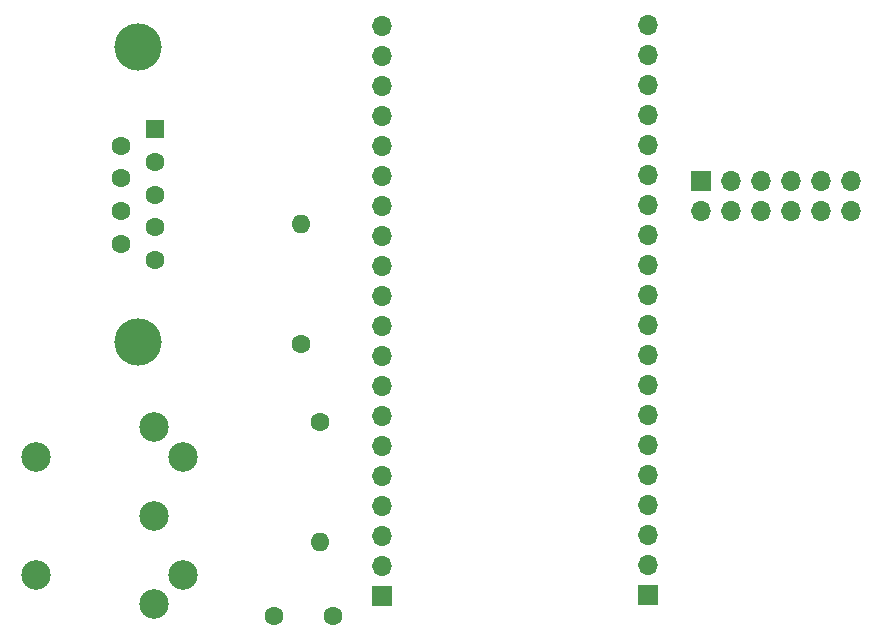
<source format=gbr>
%TF.GenerationSoftware,KiCad,Pcbnew,7.0.11+1*%
%TF.CreationDate,2024-06-05T13:44:37+01:00*%
%TF.ProjectId,nanoshield,6e616e6f-7368-4696-956c-642e6b696361,rev?*%
%TF.SameCoordinates,Original*%
%TF.FileFunction,Soldermask,Bot*%
%TF.FilePolarity,Negative*%
%FSLAX46Y46*%
G04 Gerber Fmt 4.6, Leading zero omitted, Abs format (unit mm)*
G04 Created by KiCad (PCBNEW 7.0.11+1) date 2024-06-05 13:44:37*
%MOMM*%
%LPD*%
G01*
G04 APERTURE LIST*
%ADD10R,1.700000X1.700000*%
%ADD11O,1.700000X1.700000*%
%ADD12C,4.000000*%
%ADD13R,1.600000X1.600000*%
%ADD14C,1.600000*%
%ADD15O,1.600000X1.600000*%
%ADD16C,2.499360*%
G04 APERTURE END LIST*
D10*
%TO.C,J3*%
X122550000Y-81240000D03*
D11*
X122550000Y-78700000D03*
X122550000Y-76160000D03*
X122550000Y-73620000D03*
X122550000Y-71080000D03*
X122550000Y-68540000D03*
X122550000Y-66000000D03*
X122550000Y-63460000D03*
X122550000Y-60920000D03*
X122550000Y-58380000D03*
X122550000Y-55840000D03*
X122550000Y-53300000D03*
X122550000Y-50760000D03*
X122550000Y-48220000D03*
X122550000Y-45680000D03*
X122550000Y-43140000D03*
X122550000Y-40600000D03*
X122550000Y-38060000D03*
X122550000Y-35520000D03*
X122550000Y-32980000D03*
%TD*%
D10*
%TO.C,J1*%
X145050000Y-81160000D03*
D11*
X145050000Y-78620000D03*
X145050000Y-76080000D03*
X145050000Y-73540000D03*
X145050000Y-71000000D03*
X145050000Y-68460000D03*
X145050000Y-65920000D03*
X145050000Y-63380000D03*
X145050000Y-60840000D03*
X145050000Y-58300000D03*
X145050000Y-55760000D03*
X145050000Y-53220000D03*
X145050000Y-50680000D03*
X145050000Y-48140000D03*
X145050000Y-45600000D03*
X145050000Y-43060000D03*
X145050000Y-40520000D03*
X145050000Y-37980000D03*
X145050000Y-35440000D03*
X145050000Y-32900000D03*
%TD*%
D12*
%TO.C,J2*%
X101900000Y-34750000D03*
X101900000Y-59750000D03*
D13*
X103320000Y-41710000D03*
D14*
X103320000Y-44480000D03*
X103320000Y-47250000D03*
X103320000Y-50020000D03*
X103320000Y-52790000D03*
X100480000Y-43095000D03*
X100480000Y-45865000D03*
X100480000Y-48635000D03*
X100480000Y-51405000D03*
%TD*%
%TO.C,C1*%
X118400000Y-82950000D03*
X113400000Y-82950000D03*
%TD*%
%TO.C,R1*%
X117350000Y-66470000D03*
D15*
X117350000Y-76630000D03*
%TD*%
D16*
%TO.C,J5*%
X93250000Y-69447440D03*
X93250000Y-79449960D03*
X103244900Y-81946780D03*
X103247440Y-74448700D03*
X103244900Y-66950620D03*
X105746800Y-79444880D03*
X105746800Y-69452520D03*
%TD*%
D14*
%TO.C,R2*%
X115700000Y-59880000D03*
D15*
X115700000Y-49720000D03*
%TD*%
D10*
%TO.C,J4*%
X149580000Y-46110000D03*
D11*
X149580000Y-48650000D03*
X152120000Y-46110000D03*
X152120000Y-48650000D03*
X154660000Y-46110000D03*
X154660000Y-48650000D03*
X157200000Y-46110000D03*
X157200000Y-48650000D03*
X159740000Y-46110000D03*
X159740000Y-48650000D03*
X162280000Y-46110000D03*
X162280000Y-48650000D03*
%TD*%
M02*

</source>
